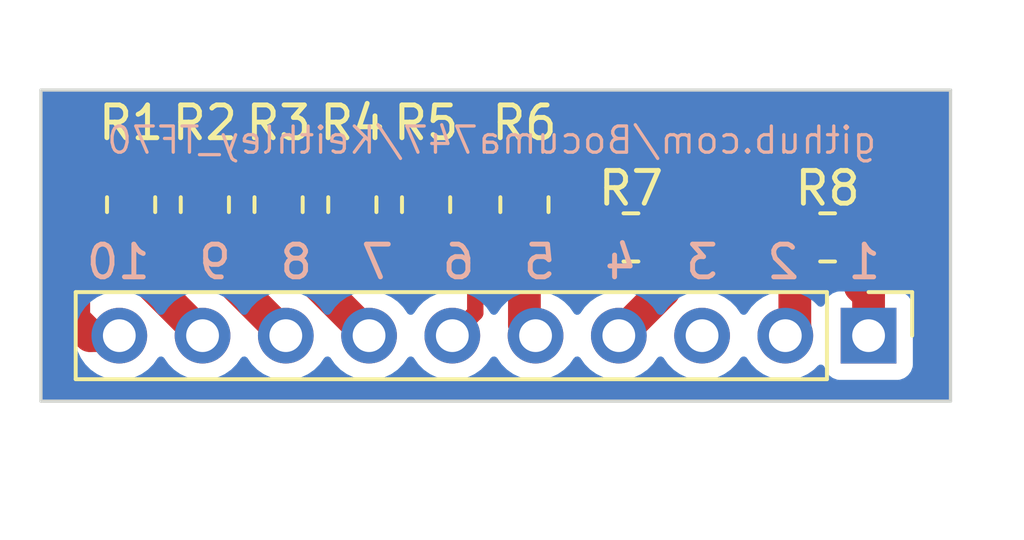
<source format=kicad_pcb>
(kicad_pcb (version 20221018) (generator pcbnew)
  (layers (0 "F.Cu" signal) (31 "B.Cu" signal) (34 "B.Paste" user) (35 "F.Paste" user) (36 "B.SilkS" user "B.Silkscreen") (37 "F.SilkS" user "F.Silkscreen") (38 "B.Mask" user) (39 "F.Mask" user) (44 "Edge.Cuts" user))
  (net 0 "")
  (net 1 "1")
  (net 2 "2")
  (net 4 "4")
  (net 5 "5")
  (net 6 "6")
  (net 7 "7")
  (net 8 "8")
  (net 9 "9")
  (net 10 "10")
  (net 11 "Net-(R4-Pad1)")
  (footprint "Resistor_SMD:R_0805_2012Metric_Pad1.20x1.40mm_HandSolder" (layer "F.Cu") (at 126.5 134.5 180)
    (fp_text reference "R7" (at 0 1.5) (layer "F.SilkS"))
    (fp_text value "11.3k")
    (fp_line (start -0.227064 -0.735) (end 0.227064 -0.735) (stroke (width 0.12)) (layer "F.SilkS"))
    (fp_line (start -0.227064 0.735) (end 0.227064 0.735) (stroke (width 0.12)) (layer "F.SilkS"))
    (pad "1" smd roundrect (at -1 0 180) (size 1.2 1.4) (layers "F.Cu" "F.Paste" "F.Mask") (roundrect_rratio 0.2083333333) (net 4 "4"))
    (pad "2" smd roundrect (at 1 0 180) (size 1.2 1.4) (layers "F.Cu" "F.Paste" "F.Mask") (roundrect_rratio 0.2083333333) (net 5 "5"))
  )
  (footprint "Resistor_SMD:R_0805_2012Metric_Pad1.20x1.40mm_HandSolder" (layer "F.Cu") (at 118 133.5 90)
    (fp_text reference "R4" (at 2.5 0 180) (layer "F.SilkS"))
    (fp_text value "330")
    (fp_line (start -0.227064 -0.735) (end 0.227064 -0.735) (stroke (width 0.12)) (layer "F.SilkS"))
    (fp_line (start -0.227064 0.735) (end 0.227064 0.735) (stroke (width 0.12)) (layer "F.SilkS"))
    (pad "1" smd roundrect (at -1 0 90) (size 1.2 1.4) (layers "F.Cu" "F.Paste" "F.Mask") (roundrect_rratio 0.2083333333) (net 11 "Net-(R4-Pad1)"))
    (pad "2" smd roundrect (at 1 0 90) (size 1.2 1.4) (layers "F.Cu" "F.Paste" "F.Mask") (roundrect_rratio 0.2083333333) (net 10 "10"))
  )
  (footprint "Resistor_SMD:R_0805_2012Metric_Pad1.20x1.40mm_HandSolder" (layer "F.Cu") (at 115.75 133.5 -90)
    (fp_text reference "R3" (at -2.5 0) (layer "F.SilkS"))
    (fp_text value "7.5k")
    (fp_line (start -0.227064 -0.735) (end 0.227064 -0.735) (stroke (width 0.12)) (layer "F.SilkS"))
    (fp_line (start -0.227064 0.735) (end 0.227064 0.735) (stroke (width 0.12)) (layer "F.SilkS"))
    (pad "1" smd roundrect (at -1 0 270) (size 1.2 1.4) (layers "F.Cu" "F.Paste" "F.Mask") (roundrect_rratio 0.2083333333) (net 10 "10"))
    (pad "2" smd roundrect (at 1 0 270) (size 1.2 1.4) (layers "F.Cu" "F.Paste" "F.Mask") (roundrect_rratio 0.2083333333) (net 7 "7"))
  )
  (footprint "Connector_PinHeader_2.54mm:PinHeader_1x10_P2.54mm_Vertical" (layer "F.Cu") (at 133.75 137.5 -90)
    (fp_text reference "J1" hide)
    (fp_text value "Conn_01x10_Pin")
    (fp_line (start -1.33 -1.33) (end 0 -1.33) (stroke (width 0.12)) (layer "F.SilkS"))
    (fp_line (start -1.33 0) (end -1.33 -1.33) (stroke (width 0.12)) (layer "F.SilkS"))
    (fp_line (start -1.33 1.27) (end -1.33 24.19) (stroke (width 0.12)) (layer "F.SilkS"))
    (fp_line (start -1.33 1.27) (end 1.33 1.27) (stroke (width 0.12)) (layer "F.SilkS"))
    (fp_line (start -1.33 24.19) (end 1.33 24.19) (stroke (width 0.12)) (layer "F.SilkS"))
    (fp_line (start 1.33 1.27) (end 1.33 24.19) (stroke (width 0.12)) (layer "F.SilkS"))
    (pad "1" thru_hole rect (at 0 0 270) (size 1.7 1.7) (drill 1) (layers "*.Cu" "*.Mask") (net 1 "1"))
    (pad "2" thru_hole oval (at 0 2.54 270) (size 1.7 1.7) (drill 1) (layers "*.Cu" "*.Mask") (net 2 "2"))
    (pad "3" thru_hole oval (at 0 5.08 270) (size 1.7 1.7) (drill 1) (layers "*.Cu" "*.Mask"))
    (pad "4" thru_hole oval (at 0 7.62 270) (size 1.7 1.7) (drill 1) (layers "*.Cu" "*.Mask") (net 4 "4"))
    (pad "5" thru_hole oval (at 0 10.16 270) (size 1.7 1.7) (drill 1) (layers "*.Cu" "*.Mask") (net 5 "5"))
    (pad "6" thru_hole oval (at 0 12.7 270) (size 1.7 1.7) (drill 1) (layers "*.Cu" "*.Mask") (net 6 "6"))
    (pad "7" thru_hole oval (at 0 15.24 270) (size 1.7 1.7) (drill 1) (layers "*.Cu" "*.Mask") (net 7 "7"))
    (pad "8" thru_hole oval (at 0 17.78 270) (size 1.7 1.7) (drill 1) (layers "*.Cu" "*.Mask") (net 8 "8"))
    (pad "9" thru_hole oval (at 0 20.32 270) (size 1.7 1.7) (drill 1) (layers "*.Cu" "*.Mask") (net 9 "9"))
    (pad "10" thru_hole oval (at 0 22.86 270) (size 1.7 1.7) (drill 1) (layers "*.Cu" "*.Mask") (net 10 "10"))
  )
  (footprint "Resistor_SMD:R_0805_2012Metric_Pad1.20x1.40mm_HandSolder" (layer "F.Cu") (at 120.25 133.5 90)
    (fp_text reference "R5" (at 2.5 0 180) (layer "F.SilkS"))
    (fp_text value "2.8k")
    (fp_line (start -0.227064 -0.735) (end 0.227064 -0.735) (stroke (width 0.12)) (layer "F.SilkS"))
    (fp_line (start -0.227064 0.735) (end 0.227064 0.735) (stroke (width 0.12)) (layer "F.SilkS"))
    (pad "1" smd roundrect (at -1 0 90) (size 1.2 1.4) (layers "F.Cu" "F.Paste" "F.Mask") (roundrect_rratio 0.2083333333) (net 11 "Net-(R4-Pad1)"))
    (pad "2" smd roundrect (at 1 0 90) (size 1.2 1.4) (layers "F.Cu" "F.Paste" "F.Mask") (roundrect_rratio 0.2083333333) (net 6 "6"))
  )
  (footprint "Resistor_SMD:R_0805_2012Metric_Pad1.20x1.40mm_HandSolder" (layer "F.Cu") (at 111.25 133.5 -90)
    (fp_text reference "R1" (at -2.5 0 -180) (layer "F.SilkS"))
    (fp_text value "39k")
    (fp_line (start -0.227064 -0.735) (end 0.227064 -0.735) (stroke (width 0.12)) (layer "F.SilkS"))
    (fp_line (start -0.227064 0.735) (end 0.227064 0.735) (stroke (width 0.12)) (layer "F.SilkS"))
    (pad "1" smd roundrect (at -1 0 270) (size 1.2 1.4) (layers "F.Cu" "F.Paste" "F.Mask") (roundrect_rratio 0.2083333333) (net 10 "10"))
    (pad "2" smd roundrect (at 1 0 270) (size 1.2 1.4) (layers "F.Cu" "F.Paste" "F.Mask") (roundrect_rratio 0.2083333333) (net 9 "9"))
  )
  (footprint "Resistor_SMD:R_0805_2012Metric_Pad1.20x1.40mm_HandSolder" (layer "F.Cu") (at 132.5 134.5 180)
    (fp_text reference "R8" (at 0 1.5) (layer "F.SilkS"))
    (fp_text value "15k")
    (fp_line (start -0.227064 -0.735) (end 0.227064 -0.735) (stroke (width 0.12)) (layer "F.SilkS"))
    (fp_line (start -0.227064 0.735) (end 0.227064 0.735) (stroke (width 0.12)) (layer "F.SilkS"))
    (pad "1" smd roundrect (at -1 0 180) (size 1.2 1.4) (layers "F.Cu" "F.Paste" "F.Mask") (roundrect_rratio 0.2083333333) (net 1 "1"))
    (pad "2" smd roundrect (at 1 0 180) (size 1.2 1.4) (layers "F.Cu" "F.Paste" "F.Mask") (roundrect_rratio 0.2083333333) (net 2 "2"))
  )
  (footprint "Resistor_SMD:R_0805_2012Metric_Pad1.20x1.40mm_HandSolder" (layer "F.Cu") (at 123.25 133.5 90)
    (fp_text reference "R6" (at 2.5 0 180) (layer "F.SilkS"))
    (fp_text value "4.87k")
    (fp_line (start -0.227064 -0.735) (end 0.227064 -0.735) (stroke (width 0.12)) (layer "F.SilkS"))
    (fp_line (start -0.227064 0.735) (end 0.227064 0.735) (stroke (width 0.12)) (layer "F.SilkS"))
    (pad "1" smd roundrect (at -1 0 90) (size 1.2 1.4) (layers "F.Cu" "F.Paste" "F.Mask") (roundrect_rratio 0.2083333333) (net 5 "5"))
    (pad "2" smd roundrect (at 1 0 90) (size 1.2 1.4) (layers "F.Cu" "F.Paste" "F.Mask") (roundrect_rratio 0.2083333333) (net 6 "6"))
  )
  (footprint "Resistor_SMD:R_0805_2012Metric_Pad1.20x1.40mm_HandSolder" (layer "F.Cu") (at 113.5 133.5 -90)
    (fp_text reference "R2" (at -2.5 0 180) (layer "F.SilkS"))
    (fp_text value "7.5k")
    (fp_line (start -0.227064 -0.735) (end 0.227064 -0.735) (stroke (width 0.12)) (layer "F.SilkS"))
    (fp_line (start -0.227064 0.735) (end 0.227064 0.735) (stroke (width 0.12)) (layer "F.SilkS"))
    (pad "1" smd roundrect (at -1 0 270) (size 1.2 1.4) (layers "F.Cu" "F.Paste" "F.Mask") (roundrect_rratio 0.2083333333) (net 10 "10"))
    (pad "2" smd roundrect (at 1 0 270) (size 1.2 1.4) (layers "F.Cu" "F.Paste" "F.Mask") (roundrect_rratio 0.2083333333) (net 8 "8"))
  )
  (gr_line (start 108.5 139.5) (end 108.5 130) (stroke (width 0.1)) (layer "Edge.Cuts"))
  (gr_line (start 136.25 130) (end 136.25 139.5) (stroke (width 0.1)) (layer "Edge.Cuts"))
  (gr_line (start 136.25 139.5) (end 108.5 139.5) (stroke (width 0.1)) (layer "Edge.Cuts"))
  (gr_line (start 108.5 130) (end 136.25 130) (stroke (width 0.1)) (layer "Edge.Cuts"))
  (gr_text "github.com/Bocuma747/Keithley_TF70" (at 122.25 132) (layer "B.SilkS") (effects (font (size 0.8 0.8) (thickness 0.1)) (justify bottom mirror)))
  (gr_text "1  2  3  4  5  6  7  8  9  10" (at 122 135.25) (layer "B.SilkS") (effects (font (size 1 1)) (justify mirror)))
  (segment (start 133.5 136) (end 133.5 134.5) (width 1) (layer "F.Cu") (net 1))
  (segment (start 133.75 136.25) (end 133.5 136) (width 1) (layer "F.Cu") (net 1))
  (segment (start 133.75 137.5) (end 133.75 136.25) (width 1) (layer "F.Cu") (net 1))
  (segment (start 131.5 137.21) (end 131.21 137.5) (width 1) (layer "F.Cu") (net 2))
  (segment (start 131.5 134.5) (end 131.5 137.21) (width 1) (layer "F.Cu") (net 2))
  (segment (start 127.5 136.13) (end 127.5 134.5) (width 1) (layer "F.Cu") (net 4))
  (segment (start 126.13 137.5) (end 127.5 136.13) (width 1) (layer "F.Cu") (net 4))
  (segment (start 125.5 134.5) (end 123.25 134.5) (width 1) (layer "F.Cu") (net 5))
  (segment (start 123.25 137.16) (end 123.59 137.5) (width 1) (layer "F.Cu") (net 5))
  (segment (start 123.25 134.5) (end 123.25 137.16) (width 1) (layer "F.Cu") (net 5))
  (segment (start 121.75 132.5) (end 121.75 136.8) (width 0.5) (layer "F.Cu") (net 6))
  (segment (start 121.75 136.8) (end 121.05 137.5) (width 0.5) (layer "F.Cu") (net 6))
  (segment (start 120.25 132.5) (end 121.75 132.5) (width 1) (layer "F.Cu") (net 6))
  (segment (start 123.25 132.5) (end 121.75 132.5) (width 1) (layer "F.Cu") (net 6))
  (segment (start 115.75 134.74) (end 118.51 137.5) (width 1) (layer "F.Cu") (net 7))
  (segment (start 115.75 134.5) (end 115.75 134.74) (width 1) (layer "F.Cu") (net 7))
  (segment (start 113.5 135.03) (end 115.97 137.5) (width 1) (layer "F.Cu") (net 8))
  (segment (start 113.5 134.5) (end 113.5 135.03) (width 1) (layer "F.Cu") (net 8))
  (segment (start 111.25 135.32) (end 113.43 137.5) (width 1) (layer "F.Cu") (net 9))
  (segment (start 111.25 134.5) (end 111.25 135.32) (width 1) (layer "F.Cu") (net 9))
  (segment (start 110 137.5) (end 110.89 137.5) (width 1) (layer "F.Cu") (net 10))
  (segment (start 110 132.5) (end 109.5 133) (width 1) (layer "F.Cu") (net 10))
  (segment (start 111.25 132.5) (end 110 132.5) (width 1) (layer "F.Cu") (net 10))
  (segment (start 118 132.5) (end 115.75 132.5) (width 1) (layer "F.Cu") (net 10))
  (segment (start 111.25 132.5) (end 113.5 132.5) (width 1) (layer "F.Cu") (net 10))
  (segment (start 109.5 133) (end 109.5 137) (width 1) (layer "F.Cu") (net 10))
  (segment (start 109.5 137) (end 110 137.5) (width 1) (layer "F.Cu") (net 10))
  (segment (start 113.5 132.5) (end 115.75 132.5) (width 1) (layer "F.Cu") (net 10))
  (segment (start 118 134.5) (end 120.25 134.5) (width 1) (layer "F.Cu") (net 11))
  (zone (net 0) (net_name "") (layer "B.Cu") (connect_pads (clearance 0.5)) (min_thickness 0.25) (fill yes (thermal_gap 0.5) (thermal_bridge_width 0.5) (island_removal_mode 1) (island_area_min 10))
    (polygon (pts (xy 138.5 127.25) (xy 138.5 141.75) (xy 107.25 141.75) (xy 107.25 127.25)))
  )
)
</source>
